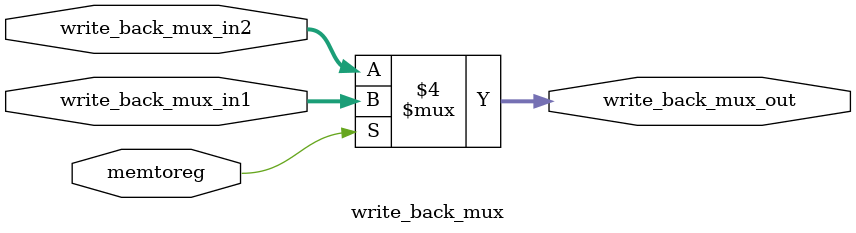
<source format=v>
module write_back_mux(input [31:0] write_back_mux_in1, input [31:0] write_back_mux_in2, input memtoreg, output [31:0] write_back_mux_out);

wire [31:0] write_back_mux_in1, write_back_mux_in2;
wire memtoreg;
reg signed [31:0] write_back_mux_out;

always @(*) begin
	if (memtoreg == 1'b1) begin
		write_back_mux_out = write_back_mux_in1; // tipo I
	end else begin
		write_back_mux_out = write_back_mux_in2; // tipo R
	end
end

endmodule

</source>
